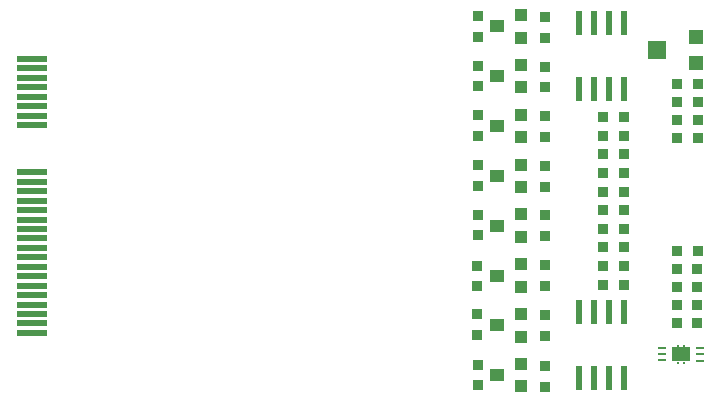
<source format=gtp>
G04 Layer_Color=8421504*
%FSLAX25Y25*%
%MOIN*%
G70*
G01*
G75*
%ADD10R,0.03800X0.03500*%
%ADD11R,0.05000X0.04000*%
%ADD12R,0.04000X0.04000*%
%ADD13R,0.10039X0.02362*%
%ADD14R,0.04724X0.04724*%
%ADD15R,0.05906X0.06299*%
%ADD16R,0.03500X0.03800*%
%ADD17R,0.02400X0.08000*%
%ADD18R,0.03150X0.00866*%
%ADD19R,0.03150X0.01063*%
%ADD22R,0.05905X0.04724*%
%ADD23R,0.00591X0.00787*%
%ADD24R,0.00590X0.00787*%
D10*
X203900Y56900D02*
D03*
X197000D02*
D03*
X221600Y44100D02*
D03*
X228500D02*
D03*
X228600Y111700D02*
D03*
X221700D02*
D03*
Y105600D02*
D03*
X228600D02*
D03*
X221600Y50000D02*
D03*
X228500D02*
D03*
X221600Y38100D02*
D03*
X228500D02*
D03*
X221600Y55900D02*
D03*
X228500D02*
D03*
X197000Y50700D02*
D03*
X203900D02*
D03*
X221700Y117800D02*
D03*
X228600D02*
D03*
X203933Y94197D02*
D03*
X197033D02*
D03*
X203933Y100397D02*
D03*
X197033D02*
D03*
X203933Y63197D02*
D03*
X197033D02*
D03*
X203933Y106597D02*
D03*
X197033D02*
D03*
X203933Y87997D02*
D03*
X197033D02*
D03*
X203933Y69397D02*
D03*
X197033D02*
D03*
X203933Y81797D02*
D03*
X197033D02*
D03*
X203933Y75597D02*
D03*
X197033D02*
D03*
X221800Y99500D02*
D03*
X228700D02*
D03*
X228600Y61900D02*
D03*
X221700D02*
D03*
D11*
X161700Y20554D02*
D03*
Y120240D02*
D03*
Y87011D02*
D03*
Y70397D02*
D03*
Y103625D02*
D03*
Y53783D02*
D03*
Y37168D02*
D03*
Y136854D02*
D03*
D12*
X169700Y16854D02*
D03*
Y24354D02*
D03*
Y124040D02*
D03*
Y116540D02*
D03*
Y83311D02*
D03*
Y90811D02*
D03*
Y74197D02*
D03*
Y66697D02*
D03*
Y99925D02*
D03*
Y107425D02*
D03*
Y57583D02*
D03*
Y50083D02*
D03*
Y33468D02*
D03*
Y40968D02*
D03*
Y140654D02*
D03*
Y133154D02*
D03*
D13*
X6800Y34676D02*
D03*
Y37826D02*
D03*
Y40976D02*
D03*
Y44125D02*
D03*
Y47275D02*
D03*
Y50424D02*
D03*
Y53574D02*
D03*
Y56724D02*
D03*
Y59873D02*
D03*
Y63023D02*
D03*
Y66172D02*
D03*
Y69322D02*
D03*
Y72472D02*
D03*
Y75621D02*
D03*
Y78771D02*
D03*
Y81920D02*
D03*
Y85070D02*
D03*
Y88220D02*
D03*
Y103966D02*
D03*
Y107116D02*
D03*
Y110265D02*
D03*
Y113415D02*
D03*
Y116565D02*
D03*
Y119714D02*
D03*
Y122864D02*
D03*
Y126013D02*
D03*
D14*
X228100Y133300D02*
D03*
Y124700D02*
D03*
D15*
X215126Y129000D02*
D03*
D16*
X155300Y123726D02*
D03*
Y116826D02*
D03*
Y90668D02*
D03*
Y83768D02*
D03*
Y74140D02*
D03*
Y67240D02*
D03*
X155200Y40968D02*
D03*
Y34068D02*
D03*
X177700Y23700D02*
D03*
Y16800D02*
D03*
Y123426D02*
D03*
Y116526D02*
D03*
Y90200D02*
D03*
Y83300D02*
D03*
Y73840D02*
D03*
Y66940D02*
D03*
Y106897D02*
D03*
Y99997D02*
D03*
Y57311D02*
D03*
Y50411D02*
D03*
Y40600D02*
D03*
Y33700D02*
D03*
Y139954D02*
D03*
Y133054D02*
D03*
X155300Y140254D02*
D03*
Y133354D02*
D03*
X155200Y57100D02*
D03*
Y50200D02*
D03*
X155300Y107197D02*
D03*
Y100297D02*
D03*
Y24100D02*
D03*
Y17200D02*
D03*
D17*
X194100Y41700D02*
D03*
X204100D02*
D03*
X199100D02*
D03*
X189100D02*
D03*
X204100Y19700D02*
D03*
X199100D02*
D03*
X194100D02*
D03*
X189100D02*
D03*
X194000Y137900D02*
D03*
X204000D02*
D03*
X199000D02*
D03*
X189000D02*
D03*
X204000Y115900D02*
D03*
X199000D02*
D03*
X194000D02*
D03*
X189000D02*
D03*
D18*
X229400Y29500D02*
D03*
Y27532D02*
D03*
X216605Y29500D02*
D03*
Y27532D02*
D03*
Y25563D02*
D03*
D19*
X229400Y25465D02*
D03*
D22*
X223002Y27531D02*
D03*
D23*
X223888Y24775D02*
D03*
X222117Y24775D02*
D03*
D24*
X223888Y30287D02*
D03*
X222117Y30287D02*
D03*
M02*

</source>
